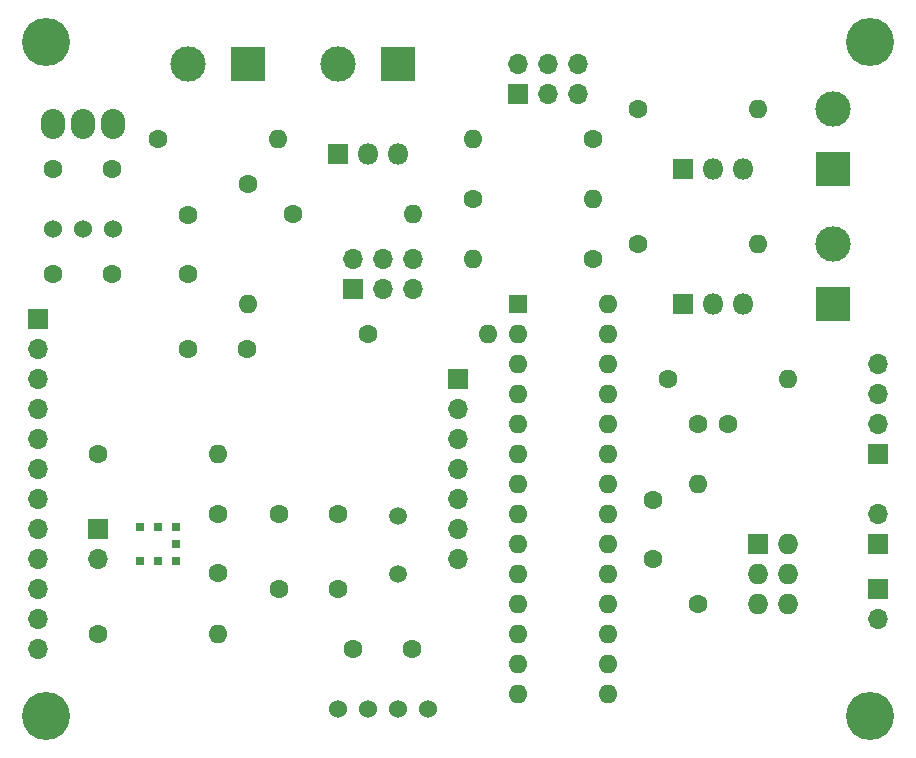
<source format=gbr>
G04 #@! TF.FileFunction,Soldermask,Top*
%FSLAX46Y46*%
G04 Gerber Fmt 4.6, Leading zero omitted, Abs format (unit mm)*
G04 Created by KiCad (PCBNEW 4.0.5) date 03/11/17 00:01:21*
%MOMM*%
%LPD*%
G01*
G04 APERTURE LIST*
%ADD10C,0.100000*%
%ADD11R,1.800000X1.800000*%
%ADD12O,1.800000X1.800000*%
%ADD13C,1.600000*%
%ADD14R,1.600000X1.600000*%
%ADD15O,1.600000X1.600000*%
%ADD16R,3.000000X3.000000*%
%ADD17C,3.000000*%
%ADD18R,1.700000X1.700000*%
%ADD19O,1.700000X1.700000*%
%ADD20R,1.727200X1.727200*%
%ADD21O,1.727200X1.727200*%
%ADD22C,1.524000*%
%ADD23O,2.032000X2.540000*%
%ADD24C,1.500000*%
%ADD25R,0.800000X0.800000*%
%ADD26C,4.064000*%
G04 APERTURE END LIST*
D10*
D11*
X195580000Y-113030000D03*
D12*
X198120000Y-113030000D03*
X200660000Y-113030000D03*
D13*
X153670000Y-116840000D03*
X158670000Y-116840000D03*
X142240000Y-101600000D03*
X147240000Y-101600000D03*
X142240000Y-110490000D03*
X147240000Y-110490000D03*
X153670000Y-110490000D03*
X153670000Y-105490000D03*
X193040000Y-134620000D03*
X193040000Y-129620000D03*
X166370000Y-130810000D03*
X161370000Y-130810000D03*
X166370000Y-137160000D03*
X161370000Y-137160000D03*
X156210000Y-130810000D03*
X156210000Y-135810000D03*
X167640000Y-142240000D03*
X172640000Y-142240000D03*
D14*
X181610000Y-113030000D03*
D15*
X189230000Y-146050000D03*
X181610000Y-115570000D03*
X189230000Y-143510000D03*
X181610000Y-118110000D03*
X189230000Y-140970000D03*
X181610000Y-120650000D03*
X189230000Y-138430000D03*
X181610000Y-123190000D03*
X189230000Y-135890000D03*
X181610000Y-125730000D03*
X189230000Y-133350000D03*
X181610000Y-128270000D03*
X189230000Y-130810000D03*
X181610000Y-130810000D03*
X189230000Y-128270000D03*
X181610000Y-133350000D03*
X189230000Y-125730000D03*
X181610000Y-135890000D03*
X189230000Y-123190000D03*
X181610000Y-138430000D03*
X189230000Y-120650000D03*
X181610000Y-140970000D03*
X189230000Y-118110000D03*
X181610000Y-143510000D03*
X189230000Y-115570000D03*
X181610000Y-146050000D03*
X189230000Y-113030000D03*
D16*
X158750000Y-92710000D03*
D17*
X153670000Y-92710000D03*
D16*
X171450000Y-92710000D03*
D17*
X166370000Y-92710000D03*
D16*
X208280000Y-101600000D03*
D17*
X208280000Y-96520000D03*
D16*
X208280000Y-113030000D03*
D17*
X208280000Y-107950000D03*
D18*
X140970000Y-114300000D03*
D19*
X140970000Y-116840000D03*
X140970000Y-119380000D03*
X140970000Y-121920000D03*
X140970000Y-124460000D03*
X140970000Y-127000000D03*
X140970000Y-129540000D03*
X140970000Y-132080000D03*
X140970000Y-134620000D03*
X140970000Y-137160000D03*
X140970000Y-139700000D03*
X140970000Y-142240000D03*
D20*
X201930000Y-133350000D03*
D21*
X204470000Y-133350000D03*
X201930000Y-135890000D03*
X204470000Y-135890000D03*
X201930000Y-138430000D03*
X204470000Y-138430000D03*
D18*
X212090000Y-137160000D03*
D19*
X212090000Y-139700000D03*
D18*
X176530000Y-119380000D03*
D19*
X176530000Y-121920000D03*
X176530000Y-124460000D03*
X176530000Y-127000000D03*
X176530000Y-129540000D03*
X176530000Y-132080000D03*
X176530000Y-134620000D03*
D18*
X212090000Y-125730000D03*
D19*
X212090000Y-123190000D03*
X212090000Y-120650000D03*
X212090000Y-118110000D03*
D18*
X212090000Y-133350000D03*
D19*
X212090000Y-130810000D03*
D18*
X167640000Y-111760000D03*
D19*
X167640000Y-109220000D03*
X170180000Y-111760000D03*
X170180000Y-109220000D03*
X172720000Y-111760000D03*
X172720000Y-109220000D03*
D18*
X181610000Y-95250000D03*
D19*
X181610000Y-92710000D03*
X184150000Y-95250000D03*
X184150000Y-92710000D03*
X186690000Y-95250000D03*
X186690000Y-92710000D03*
D18*
X146050000Y-132080000D03*
D19*
X146050000Y-134620000D03*
D11*
X166370000Y-100330000D03*
D12*
X168910000Y-100330000D03*
X171450000Y-100330000D03*
D11*
X195580000Y-101600000D03*
D12*
X198120000Y-101600000D03*
X200660000Y-101600000D03*
D13*
X196850000Y-138430000D03*
D15*
X196850000Y-128270000D03*
D13*
X168910000Y-115570000D03*
D15*
X179070000Y-115570000D03*
D13*
X194310000Y-119380000D03*
D15*
X204470000Y-119380000D03*
D13*
X196850000Y-123190000D03*
X199390000Y-123190000D03*
X151130000Y-99060000D03*
D15*
X161290000Y-99060000D03*
D13*
X158750000Y-102870000D03*
D15*
X158750000Y-113030000D03*
D13*
X146050000Y-125730000D03*
D15*
X156210000Y-125730000D03*
D13*
X146050000Y-140970000D03*
D15*
X156210000Y-140970000D03*
D13*
X162560000Y-105410000D03*
D15*
X172720000Y-105410000D03*
D13*
X177800000Y-104140000D03*
D15*
X187960000Y-104140000D03*
D13*
X191770000Y-107950000D03*
D15*
X201930000Y-107950000D03*
D13*
X187960000Y-109220000D03*
D15*
X177800000Y-109220000D03*
D13*
X191770000Y-96520000D03*
D15*
X201930000Y-96520000D03*
D13*
X187960000Y-99060000D03*
D15*
X177800000Y-99060000D03*
D22*
X147320000Y-106680000D03*
X144780000Y-106680000D03*
X142240000Y-106680000D03*
D23*
X144780000Y-97790000D03*
X147320000Y-97790000D03*
X142240000Y-97790000D03*
D22*
X166370000Y-147320000D03*
X168910000Y-147320000D03*
X171450000Y-147320000D03*
X173990000Y-147320000D03*
D24*
X171450000Y-135890000D03*
X171450000Y-131010000D03*
D25*
X152630000Y-133350000D03*
X151130000Y-131900000D03*
X152630000Y-131900000D03*
X151130000Y-134800000D03*
X152630000Y-134800000D03*
X149630000Y-131900000D03*
X149630000Y-134800000D03*
D26*
X141640000Y-90840000D03*
X211420000Y-90840000D03*
X141640000Y-147920000D03*
X211420000Y-147920000D03*
M02*

</source>
